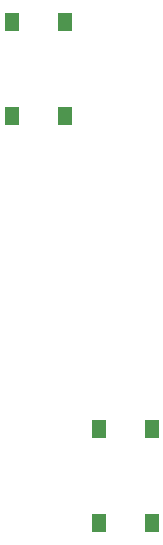
<source format=gbr>
G04 #@! TF.GenerationSoftware,KiCad,Pcbnew,9.0.2*
G04 #@! TF.CreationDate,2025-08-20T20:18:49-04:00*
G04 #@! TF.ProjectId,Trackball,54726163-6b62-4616-9c6c-2e6b69636164,rev?*
G04 #@! TF.SameCoordinates,Original*
G04 #@! TF.FileFunction,Paste,Top*
G04 #@! TF.FilePolarity,Positive*
%FSLAX46Y46*%
G04 Gerber Fmt 4.6, Leading zero omitted, Abs format (unit mm)*
G04 Created by KiCad (PCBNEW 9.0.2) date 2025-08-20 20:18:49*
%MOMM*%
%LPD*%
G01*
G04 APERTURE LIST*
%ADD10R,1.300000X1.550000*%
G04 APERTURE END LIST*
D10*
X137370000Y-86335000D03*
X137370000Y-78385000D03*
X141870000Y-86335000D03*
X141870000Y-78385000D03*
X144750000Y-120775000D03*
X144750000Y-112825000D03*
X149250000Y-120775000D03*
X149250000Y-112825000D03*
M02*

</source>
